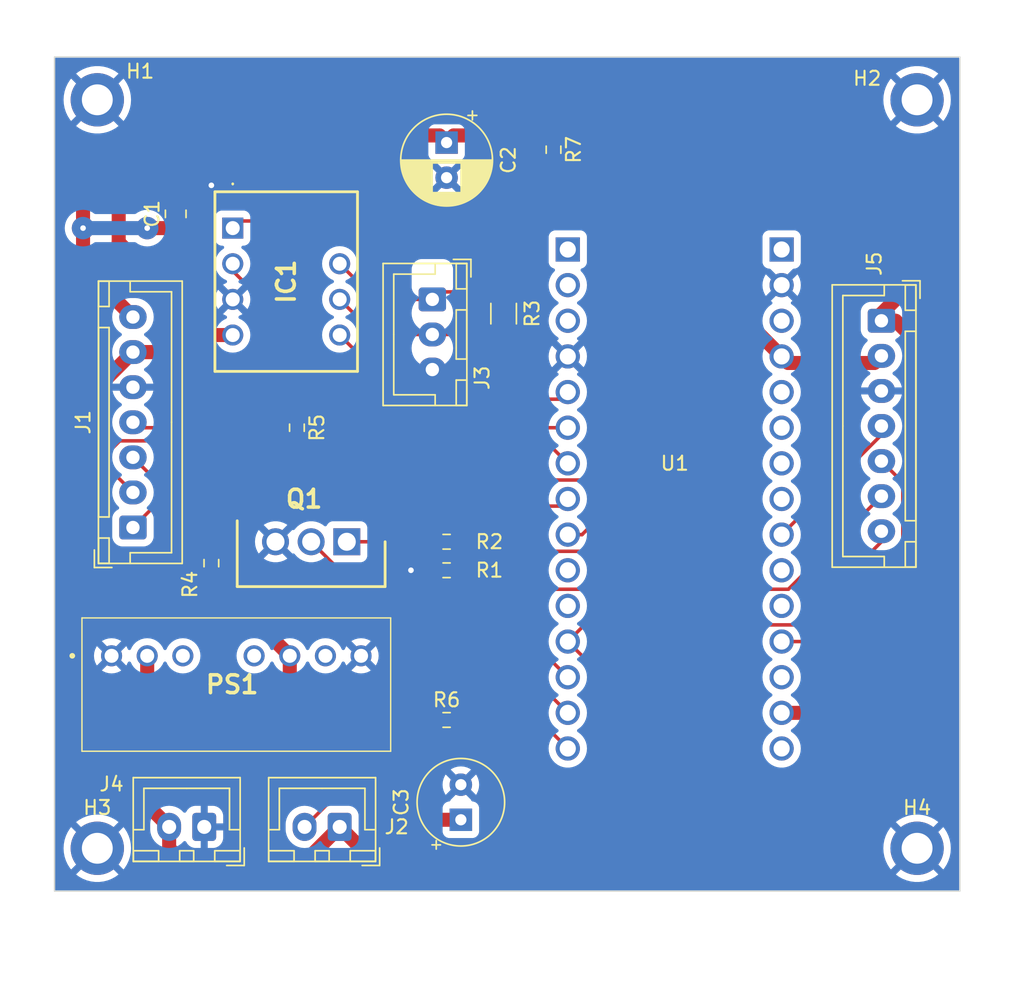
<source format=kicad_pcb>
(kicad_pcb (version 20221018) (generator pcbnew)
  (title_block (title "rearbox nucleo") (date "2023-08-08") (rev "1") (company "NTURacing") (comment 1 "legacy from easyEDA"))
  (layers (0 "F.Cu" signal) (31 "B.Cu" signal) (34 "B.Paste" user) (35 "F.Paste" user) (36 "B.SilkS" user "B.Silkscreen") (37 "F.SilkS" user "F.Silkscreen") (38 "B.Mask" user) (39 "F.Mask" user) (44 "Edge.Cuts" user))
  (net 0 "")
  (net 1 "VCC")
  (net 2 "GND")
  (net 3 "+5V")
  (net 4 "Vi")
  (net 5 "CAN_Tx")
  (net 6 "CAN_Rx")
  (net 7 "L_Pot")
  (net 8 "L_Hall")
  (net 9 "MCU_LTT_SDA")
  (net 10 "MCU_LTT_SCL")
  (net 11 "Net-(J2-Pin_2)")
  (net 12 "MCU_RTT_SCL")
  (net 13 "MCU_RTT_SDA")
  (net 14 "R_Hall")
  (net 15 "R_Pot")
  (net 19 "Net-(Q1-G)")
  (net 20 "Brake_light")
  (net 36 "/CANH")
  (net 37 "/CANL")
  (net 38 "/CANG")
  (footprint "Resistor_SMD:R_0603_1608Metric_Pad0.98x0.95mm_HandSolder" (layer "F.Cu") (at 145.288 91.948 180)
    (fp_text reference "R1" (at -3.048 0) (layer "F.SilkS"))
    (fp_text value "10k")
    (pad "1" smd roundrect (at -0.9125 0 180) (size 0.975 0.95) (layers "F.Cu" "F.Paste" "F.Mask") (net 20 "Brake_light"))
    (pad "2" smd roundrect (at 0.9125 0 180) (size 0.975 0.95) (layers "F.Cu" "F.Paste" "F.Mask") (net 2 "GND"))
  )
  (footprint "Connector_JST:JST_XH_B3B-XH-A_1x03_P2.50mm_Vertical" (layer "F.Cu") (at 144.272 72.644 -90)
    (fp_text reference "J3" (at 5.588 -3.55 90) (layer "F.SilkS"))
    (fp_text value "CAN")
    (pad "1" thru_hole roundrect (at 0 0 270) (size 1.7 1.95) (drill 0.95) (layers "*.Cu" "*.Mask") (roundrect_rratio 0.147059) (net 36 "/CANH"))
    (pad "2" thru_hole oval (at 2.5 0 270) (size 1.7 1.95) (drill 0.95) (layers "*.Cu" "*.Mask") (net 37 "/CANL"))
    (pad "3" thru_hole oval (at 5 0 270) (size 1.7 1.95) (drill 0.95) (layers "*.Cu" "*.Mask") (net 38 "/CANG"))
  )
  (footprint "MountingHole:MountingHole_2.2mm_M2_DIN965_Pad_TopBottom" (layer "F.Cu") (at 120.396 58.42)
    (fp_text reference "H1" (at 3.048 -2.032) (layer "F.SilkS"))
    (fp_text value "MountingHole_Pad")
    (pad "1" thru_hole circle (at 0 0) (size 2.6 2.6) (drill 2.2) (layers "*.Cu" "*.Mask") (net 2 "GND"))
    (pad "1" connect circle (at 0 0) (size 3.8 3.8) (layers "F.Cu" "F.Mask") (net 2 "GND"))
    (pad "1" connect circle (at 0 0) (size 3.8 3.8) (layers "B.Cu" "B.Mask") (net 2 "GND"))
  )
  (footprint "Connector_JST:JST_XH_B2B-XH-A_1x02_P2.50mm_Vertical" (layer "F.Cu") (at 137.668 110.236 180)
    (fp_text reference "J2" (at -4.064 0) (layer "F.SilkS"))
    (fp_text value "brake light")
    (pad "1" thru_hole roundrect (at 0 0 180) (size 1.7 2) (drill 1) (layers "*.Cu" "*.Mask") (roundrect_rratio 0.147059) (net 4 "Vi"))
    (pad "2" thru_hole oval (at 2.5 0 180) (size 1.7 2) (drill 1) (layers "*.Cu" "*.Mask") (net 11 "Net-(J2-Pin_2)"))
  )
  (footprint "MountingHole:MountingHole_2.2mm_M2_DIN965_Pad_TopBottom" (layer "F.Cu") (at 120.396 111.76)
    (fp_text reference "H3" (at 0 -2.9) (layer "F.SilkS"))
    (fp_text value "MountingHole_Pad")
    (pad "1" thru_hole circle (at 0 0) (size 2.6 2.6) (drill 2.2) (layers "*.Cu" "*.Mask") (net 2 "GND"))
    (pad "1" connect circle (at 0 0) (size 3.8 3.8) (layers "F.Cu" "F.Mask") (net 2 "GND"))
    (pad "1" connect circle (at 0 0) (size 3.8 3.8) (layers "B.Cu" "B.Mask") (net 2 "GND"))
  )
  (footprint "Resistor_SMD:R_1206_3216Metric_Pad1.30x1.75mm_HandSolder" (layer "F.Cu") (at 149.352 73.66 90)
    (fp_text reference "R3" (at 0 2.032 90) (layer "F.SilkS"))
    (fp_text value "120")
    (pad "1" smd roundrect (at -1.55 0 90) (size 1.3 1.75) (layers "F.Cu" "F.Paste" "F.Mask") (roundrect_rratio 0.192308) (net 37 "/CANL"))
    (pad "2" smd roundrect (at 1.55 0 90) (size 1.3 1.75) (layers "F.Cu" "F.Paste" "F.Mask") (roundrect_rratio 0.192308) (net 36 "/CANH"))
  )
  (footprint "Capacitor_SMD:C_0805_2012Metric_Pad1.18x1.45mm_HandSolder" (layer "F.Cu") (at 125.984 66.548 90)
    (fp_text reference "C1" (at 0 -1.68 90) (layer "F.SilkS"))
    (fp_text value "10u")
    (pad "1" smd roundrect (at -1.0375 0 90) (size 1.175 1.45) (layers "F.Cu" "F.Paste" "F.Mask") (roundrect_rratio 0.212766) (net 1 "VCC"))
    (pad "2" smd roundrect (at 1.0375 0 90) (size 1.175 1.45) (layers "F.Cu" "F.Paste" "F.Mask") (roundrect_rratio 0.212766) (net 2 "GND"))
  )
  (footprint "MountingHole:MountingHole_2.2mm_M2_DIN965_Pad_TopBottom" (layer "F.Cu") (at 178.816 58.42)
    (fp_text reference "H2" (at -3.556 -1.524) (layer "F.SilkS"))
    (fp_text value "MountingHole_Pad")
    (pad "1" thru_hole circle (at 0 0) (size 2.6 2.6) (drill 2.2) (layers "*.Cu" "*.Mask") (net 2 "GND"))
    (pad "1" connect circle (at 0 0) (size 3.8 3.8) (layers "F.Cu" "F.Mask") (net 2 "GND"))
    (pad "1" connect circle (at 0 0) (size 3.8 3.8) (layers "B.Cu" "B.Mask") (net 2 "GND"))
  )
  (footprint "Resistor_SMD:R_0603_1608Metric_Pad0.98x0.95mm_HandSolder" (layer "F.Cu") (at 152.908 61.976 -90)
    (fp_text reference "R7" (at 0 -1.43 90) (layer "F.SilkS"))
    (fp_text value "4k7")
    (pad "1" smd roundrect (at -0.9125 0 270) (size 0.975 0.95) (layers "F.Cu" "F.Paste" "F.Mask") (net 3 "+5V"))
    (pad "2" smd roundrect (at 0.9125 0 270) (size 0.975 0.95) (layers "F.Cu" "F.Paste" "F.Mask") (net 13 "MCU_RTT_SDA"))
  )
  (footprint "Resistor_SMD:R_0603_1608Metric_Pad0.98x0.95mm_HandSolder" (layer "F.Cu") (at 134.62 81.788 -90)
    (fp_text reference "R5" (at 0 -1.43 90) (layer "F.SilkS"))
    (fp_text value "4k7")
    (pad "1" smd roundrect (at -0.9125 0 270) (size 0.975 0.95) (layers "F.Cu" "F.Paste" "F.Mask") (net 3 "+5V"))
    (pad "2" smd roundrect (at 0.9125 0 270) (size 0.975 0.95) (layers "F.Cu" "F.Paste" "F.Mask") (net 9 "MCU_LTT_SDA"))
  )
  (footprint "Connector_JST:JST_XH_B7B-XH-A_1x07_P2.50mm_Vertical" (layer "F.Cu") (at 122.936 88.9 90)
    (fp_text reference "J1" (at 7.5 -3.55 90) (layer "F.SilkS"))
    (fp_text value "left sensor")
    (pad "1" thru_hole roundrect (at 0 0 90) (size 1.7 1.95) (drill 0.95) (layers "*.Cu" "*.Mask") (roundrect_rratio 0.147059) (net 10 "MCU_LTT_SCL"))
    (pad "2" thru_hole oval (at 2.5 0 90) (size 1.7 1.95) (drill 0.95) (layers "*.Cu" "*.Mask") (net 9 "MCU_LTT_SDA"))
    (pad "3" thru_hole oval (at 5 0 90) (size 1.7 1.95) (drill 0.95) (layers "*.Cu" "*.Mask") (net 8 "L_Hall"))
    (pad "4" thru_hole oval (at 7.5 0 90) (size 1.7 1.95) (drill 0.95) (layers "*.Cu" "*.Mask") (net 7 "L_Pot"))
    (pad "5" thru_hole oval (at 10 0 90) (size 1.7 1.95) (drill 0.95) (layers "*.Cu" "*.Mask") (net 2 "GND"))
    (pad "6" thru_hole oval (at 12.5 0 90) (size 1.7 1.95) (drill 0.95) (layers "*.Cu" "*.Mask") (net 3 "+5V"))
    (pad "7" thru_hole oval (at 15 0 90) (size 1.7 1.95) (drill 0.95) (layers "*.Cu" "*.Mask") (net 1 "VCC"))
  )
  (footprint "Connector_JST:JST_XH_B7B-XH-A_1x07_P2.50mm_Vertical" (layer "F.Cu") (at 176.276 74.168 -90)
    (fp_text reference "J5" (at -4.064 0.508 90) (layer "F.SilkS"))
    (fp_text value "right sensor")
    (pad "1" thru_hole roundrect (at 0 0 270) (size 1.7 1.95) (drill 0.95) (layers "*.Cu" "*.Mask") (roundrect_rratio 0.147059) (net 1 "VCC"))
    (pad "2" thru_hole oval (at 2.5 0 270) (size 1.7 1.95) (drill 0.95) (layers "*.Cu" "*.Mask") (net 3 "+5V"))
    (pad "3" thru_hole oval (at 5 0 270) (size 1.7 1.95) (drill 0.95) (layers "*.Cu" "*.Mask") (net 2 "GND"))
    (pad "4" thru_hole oval (at 7.5 0 270) (size 1.7 1.95) (drill 0.95) (layers "*.Cu" "*.Mask") (net 15 "R_Pot"))
    (pad "5" thru_hole oval (at 10 0 270) (size 1.7 1.95) (drill 0.95) (layers "*.Cu" "*.Mask") (net 14 "R_Hall"))
    (pad "6" thru_hole oval (at 12.5 0 270) (size 1.7 1.95) (drill 0.95) (layers "*.Cu" "*.Mask") (net 13 "MCU_RTT_SDA"))
    (pad "7" thru_hole oval (at 15 0 270) (size 1.7 1.95) (drill 0.95) (layers "*.Cu" "*.Mask") (net 12 "MCU_RTT_SCL"))
  )
  (footprint "SamacSys_Parts:CTM1051AM" (layer "F.Cu") (at 130.048 67.564 -90)
    (fp_text reference "IC1" (at 3.81 -3.81 90) (layer "F.SilkS") (effects (font (size 1.27 1.27) (thickness 0.254))))
    (fp_text value "CTM1051AM" hide)
    (pad "1" thru_hole rect (at 0 0 270) (size 1.5 1.5) (drill 1) (layers "*.Cu" "*.Mask") (net 6 "CAN_Rx"))
    (pad "2" thru_hole circle (at 2.54 0 270) (size 1.5 1.5) (drill 1) (layers "*.Cu" "*.Mask") (net 5 "CAN_Tx"))
    (pad "3" thru_hole circle (at 5.08 0 270) (size 1.5 1.5) (drill 1) (layers "*.Cu" "*.Mask") (net 2 "GND"))
    (pad "4" thru_hole circle (at 7.62 0 270) (size 1.5 1.5) (drill 1) (layers "*.Cu" "*.Mask") (net 1 "VCC"))
    (pad "5" thru_hole circle (at 7.62 -7.62 270) (size 1.5 1.5) (drill 1) (layers "*.Cu" "*.Mask") (net 38 "/CANG"))
    (pad "6" thru_hole circle (at 5.08 -7.62 270) (size 1.5 1.5) (drill 1) (layers "*.Cu" "*.Mask") (net 37 "/CANL"))
    (pad "7" thru_hole circle (at 2.54 -7.62 270) (size 1.5 1.5) (drill 1) (layers "*.Cu" "*.Mask") (net 36 "/CANH"))
  )
  (footprint "Connector_JST:JST_XH_B2B-XH-A_1x02_P2.50mm_Vertical" (layer "F.Cu") (at 128.016 110.236 180)
    (fp_text reference "J4" (at 6.604 3.048) (layer "F.SilkS"))
    (fp_text value "power")
    (pad "1" thru_hole roundrect (at 0 0 180) (size 1.7 2) (drill 1) (layers "*.Cu" "*.Mask") (roundrect_rratio 0.147059) (net 2 "GND"))
    (pad "2" thru_hole oval (at 2.5 0 180) (size 1.7 2) (drill 1) (layers "*.Cu" "*.Mask") (net 4 "Vi"))
  )
  (footprint "Resistor_SMD:R_0603_1608Metric_Pad0.98x0.95mm_HandSolder" (layer "F.Cu") (at 128.524 91.44 90)
    (fp_text reference "R4" (at -1.524 -1.524 90) (layer "F.SilkS"))
    (fp_text value "4k7")
    (pad "1" smd roundrect (at -0.9125 0 90) (size 0.975 0.95) (layers "F.Cu" "F.Paste" "F.Mask") (net 3 "+5V"))
    (pad "2" smd roundrect (at 0.9125 0 90) (size 0.975 0.95) (layers "F.Cu" "F.Paste" "F.Mask") (net 10 "MCU_LTT_SCL"))
  )
  (footprint "Capacitor_THT:CP_Radial_D6.3mm_P2.50mm" (layer "F.Cu") (at 145.288 61.468 -90)
    (fp_text reference "C2" (at 1.25 -4.4 90) (layer "F.SilkS"))
    (fp_text value "22u")
    (pad "1" thru_hole rect (at 0 0 270) (size 1.6 1.6) (drill 0.8) (layers "*.Cu" "*.Mask") (net 3 "+5V"))
    (pad "2" thru_hole circle (at 2.5 0 270) (size 1.6 1.6) (drill 0.8) (layers "*.Cu" "*.Mask") (net 2 "GND"))
  )
  (footprint "SamacSys_Parts:TO254P469X1042X1930-3P" (layer "F.Cu") (at 138.176 89.916 180)
    (fp_text reference "Q1" (at 3.048 3.048) (layer "F.SilkS") (effects (font (size 1.27 1.27) (thickness 0.254))))
    (fp_text value "IRL3705NPBF" hide)
    (pad "1" thru_hole rect (at 0 0 180) (size 1.92 1.92) (drill 1.28) (layers "*.Cu" "*.Mask") (net 19 "Net-(Q1-G)"))
    (pad "2" thru_hole circle (at 2.54 0 180) (size 1.92 1.92) (drill 1.28) (layers "*.Cu" "*.Mask") (net 11 "Net-(J2-Pin_2)"))
    (pad "3" thru_hole circle (at 5.08 0 180) (size 1.92 1.92) (drill 1.28) (layers "*.Cu" "*.Mask") (net 2 "GND"))
  )
  (footprint "Capacitor_THT:CP_Radial_Tantal_D6.0mm_P2.50mm" (layer "F.Cu") (at 146.304 109.728 90)
    (fp_text reference "C3" (at 1.25 -4.25 90) (layer "F.SilkS"))
    (fp_text value "47u")
    (pad "1" thru_hole rect (at 0 0 90) (size 1.6 1.6) (drill 0.8) (layers "*.Cu" "*.Mask") (net 4 "Vi"))
    (pad "2" thru_hole circle (at 2.5 0 90) (size 1.6 1.6) (drill 0.8) (layers "*.Cu" "*.Mask") (net 2 "GND"))
  )
  (footprint "Resistor_SMD:R_0603_1608Metric_Pad0.98x0.95mm_HandSolder" (layer "F.Cu") (at 145.288 89.916 180)
    (fp_text reference "R2" (at -3.048 0) (layer "F.SilkS"))
    (fp_text value "1k")
    (pad "1" smd roundrect (at -0.9125 0 180) (size 0.975 0.95) (layers "F.Cu" "F.Paste" "F.Mask") (net 20 "Brake_light"))
    (pad "2" smd roundrect (at 0.9125 0 180) (size 0.975 0.95) (layers "F.Cu" "F.Paste" "F.Mask") (net 19 "Net-(Q1-G)"))
  )
  (footprint "Resistor_SMD:R_0603_1608Metric_Pad0.98x0.95mm_HandSolder" (layer "F.Cu") (at 145.288 102.616)
    (fp_text reference "R6" (at 0 -1.43) (layer "F.SilkS"))
    (fp_text value "4k7")
    (pad "1" smd roundrect (at -0.9125 0) (size 0.975 0.95) (layers "F.Cu" "F.Paste" "F.Mask") (net 3 "+5V"))
    (pad "2" smd roundrect (at 0.9125 0) (size 0.975 0.95) (layers "F.Cu" "F.Paste" "F.Mask") (net 12 "MCU_RTT_SCL"))
  )
  (footprint "nturt_kicad_lib:NUCLEO-G431KB" (layer "F.Cu") (at 161.544 86.868)
    (fp_text reference "U1" (at 0 -2.54) (layer "F.SilkS"))
    (fp_text value "NUCLEO-G431KB")
    (pad "1" thru_hole rect (at -7.62 -17.78) (size 1.725 1.725) (drill 1.15) (layers "*.Cu" "*.Mask"))
    (pad "2" thru_hole circle (at -7.62 -15.24) (size 1.725 1.725) (drill 1.15) (layers "*.Cu" "*.Mask"))
    (pad "3" thru_hole circle (at -7.62 -12.7) (size 1.725 1.725) (drill 1.15) (layers "*.Cu" "*.Mask"))
    (pad "4" thru_hole circle (at -7.62 -10.16) (size 1.725 1.725) (drill 1.15) (layers "*.Cu" "*.Mask") (net 2 "GND"))
    (pad "5" thru_hole circle (at -7.62 -7.62) (size 1.725 1.725) (drill 1.15) (layers "*.Cu" "*.Mask") (net 5 "CAN_Tx"))
    (pad "6" thru_hole circle (at -7.62 -5.08) (size 1.725 1.725) (drill 1.15) (layers "*.Cu" "*.Mask") (net 7 "L_Pot"))
    (pad "7" thru_hole circle (at -7.62 -2.54) (size 1.725 1.725) (drill 1.15) (layers "*.Cu" "*.Mask") (net 9 "MCU_LTT_SDA"))
    (pad "8" thru_hole circle (at -7.62 0) (size 1.725 1.725) (drill 1.15) (layers "*.Cu" "*.Mask") (net 10 "MCU_LTT_SCL"))
    (pad "9" thru_hole circle (at -7.62 2.54) (size 1.725 1.725) (drill 1.15) (layers "*.Cu" "*.Mask") (net 8 "L_Hall"))
    (pad "10" thru_hole circle (at -7.62 5.08) (size 1.725 1.725) (drill 1.15) (layers "*.Cu" "*.Mask"))
    (pad "11" thru_hole circle (at -7.62 7.62) (size 1.725 1.725) (drill 1.15) (layers "*.Cu" "*.Mask"))
    (pad "12" thru_hole circle (at -7.62 10.16) (size 1.725 1.725) (drill 1.15) (layers "*.Cu" "*.Mask") (net 12 "MCU_RTT_SCL"))
    (pad "13" thru_hole circle (at -7.62 12.7) (size 1.725 1.725) (drill 1.15) (layers "*.Cu" "*.Mask") (net 13 "MCU_RTT_SDA"))
    (pad "14" thru_hole circle (at -7.62 15.24) (size 1.725 1.725) (drill 1.15) (layers "*.Cu" "*.Mask") (net 6 "CAN_Rx"))
    (pad "15" thru_hole circle (at -7.62 17.78) (size 1.725 1.725) (drill 1.15) (layers "*.Cu" "*.Mask") (net 20 "Brake_light"))
    (pad "16" thru_hole circle (at 7.62 17.78) (size 1.725 1.725) (drill 1.15) (layers "*.Cu" "*.Mask"))
    (pad "17" thru_hole circle (at 7.62 15.24) (size 1.725 1.725) (drill 1.15) (layers "*.Cu" "*.Mask") (net 1 "VCC"))
    (pad "18" thru_hole circle (at 7.62 12.7) (size 1.725 1.725) (drill 1.15) (layers "*.Cu" "*.Mask"))
    (pad "19" thru_hole circle (at 7.62 10.16) (size 1.725 1.725) (drill 1.15) (layers "*.Cu" "*.Mask") (net 14 "R_Hall"))
    (pad "20" thru_hole circle (at 7.62 7.62) (size 1.725 1.725) (drill 1.15) (layers "*.Cu" "*.Mask"))
    (pad "21" thru_hole circle (at 7.62 5.08) (size 1.725 1.725) (drill 1.15) (layers "*.Cu" "*.Mask"))
    (pad "22" thru_hole circle (at 7.62 2.54) (size 1.725 1.725) (drill 1.15) (layers "*.Cu" "*.Mask") (net 15 "R_Pot"))
    (pad "23" thru_hole circle (at 7.62 0) (size 1.725 1.725) (drill 1.15) (layers "*.Cu" "*.Mask"))
    (pad "24" thru_hole circle (at 7.62 -2.54) (size 1.725 1.725) (drill 1.15) (layers "*.Cu" "*.Mask"))
    (pad "25" thru_hole circle (at 7.62 -5.08) (size 1.725 1.725) (drill 1.15) (layers "*.Cu" "*.Mask"))
    (pad "26" thru_hole circle (at 7.62 -7.62) (size 1.725 1.725) (drill 1.15) (layers "*.Cu" "*.Mask"))
    (pad "27" thru_hole circle (at 7.62 -10.16) (size 1.725 1.725) (drill 1.15) (layers "*.Cu" "*.Mask") (net 3 "+5V"))
    (pad "28" thru_hole circle (at 7.62 -12.7) (size 1.725 1.725) (drill 1.15) (layers "*.Cu" "*.Mask"))
    (pad "29" thru_hole circle (at 7.62 -15.24) (size 1.725 1.725) (drill 1.15) (layers "*.Cu" "*.Mask") (net 2 "GND"))
    (pad "30" thru_hole rect (at 7.62 -17.78) (size 1.725 1.725) (drill 1.15) (layers "*.Cu" "*.Mask"))
  )
  (footprint "SamacSys_Parts:PQQ10WQ24S9S" (layer "F.Cu") (at 121.412 98.044)
    (fp_text reference "PS1" (at 8.59 2.05) (layer "F.SilkS") (effects (font (size 1.27 1.27) (thickness 0.254))))
    (fp_text value "PQQ10W-Q24-S9-S" hide)
    (pad "1" thru_hole circle (at 0 0) (size 1.5 1.5) (drill 1) (layers "*.Cu" "*.Mask") (net 2 "GND"))
    (pad "2" thru_hole circle (at 2.54 0) (size 1.5 1.5) (drill 1) (layers "*.Cu" "*.Mask") (net 4 "Vi"))
    (pad "3" thru_hole circle (at 5.08 0) (size 1.5 1.5) (drill 1) (layers "*.Cu" "*.Mask"))
    (pad "5" thru_hole circle (at 10.16 0) (size 1.5 1.5) (drill 1) (layers "*.Cu" "*.Mask"))
    (pad "6" thru_hole circle (at 12.7 0) (size 1.5 1.5) (drill 1) (layers "*.Cu" "*.Mask") (net 3 "+5V"))
    (pad "7" thru_hole circle (at 15.24 0) (size 1.5 1.5) (drill 1) (layers "*.Cu" "*.Mask"))
    (pad "8" thru_hole circle (at 17.78 0) (size 1.5 1.5) (drill 1) (layers "*.Cu" "*.Mask") (net 2 "GND"))
  )
  (footprint "MountingHole:MountingHole_2.2mm_M2_DIN965_Pad_TopBottom" (layer "F.Cu") (at 178.816 111.76)
    (fp_text reference "H4" (at 0 -2.9) (layer "F.SilkS"))
    (fp_text value "MountingHole_Pad")
    (pad "1" thru_hole circle (at 0 0) (size 2.6 2.6) (drill 2.2) (layers "*.Cu" "*.Mask") (net 2 "GND"))
    (pad "1" connect circle (at 0 0) (size 3.8 3.8) (layers "F.Cu" "F.Mask") (net 2 "GND"))
    (pad "1" connect circle (at 0 0) (size 3.8 3.8) (layers "B.Cu" "B.Mask") (net 2 "GND"))
  )
  (gr_rect locked (start 117.348 55.372) (end 181.864 114.808) (stroke (width 0.1)) (fill none) (layer "Edge.Cuts"))
  (segment (start 119.38 67.564) (end 119.38 65.024) (width 1) (layer "F.Cu") (net 1))
  (segment (start 127 73.66) (end 128.524 75.184) (width 1) (layer "F.Cu") (net 1))
  (segment (start 119.38 65.024) (end 126.492 57.912) (width 1) (layer "F.Cu") (net 1))
  (segment (start 123.952 67.564) (end 125.9625 67.564) (width 1) (layer "F.Cu") (net 1))
  (segment (start 178.816 66.04) (end 178.816 71.12) (width 1) (layer "F.Cu") (net 1))
  (segment (start 119.38 67.564) (end 119.38 70.344) (width 1) (layer "F.Cu") (net 1))
  (segment (start 173.736 102.108) (end 169.164 102.108) (width 1) (layer "F.Cu") (net 1))
  (segment (start 126.492 57.912) (end 170.688 57.912) (width 1) (layer "F.Cu") (net 1))
  (segment (start 176.276 73.66) (end 176.276 74.168) (width 1) (layer "F.Cu") (net 1))
  (segment (start 179.324 76.2) (end 179.324 96.52) (width 1) (layer "F.Cu") (net 1))
  (segment (start 119.38 70.344) (end 122.936 73.9) (width 1) (layer "F.Cu") (net 1))
  (segment (start 125.984 67.5855) (end 127 68.6015) (width 1) (layer "F.Cu") (net 1))
  (segment (start 178.816 71.12) (end 176.276 73.66) (width 1) (layer "F.Cu") (net 1))
  (segment (start 128.524 75.184) (end 130.048 75.184) (width 1) (layer "F.Cu") (net 1))
  (segment (start 176.276 74.168) (end 177.292 74.168) (width 1) (layer "F.Cu") (net 1))
  (segment (start 179.324 96.52) (end 173.736 102.108) (width 1) (layer "F.Cu") (net 1))
  (segment (start 125.9625 67.564) (end 125.984 67.5855) (width 1) (layer "F.Cu") (net 1))
  (segment (start 170.688 57.912) (end 178.816 66.04) (width 1) (layer "F.Cu") (net 1))
  (segment (start 177.292 74.168) (end 179.324 76.2) (width 1) (layer "F.Cu") (net 1))
  (segment (start 127 68.6015) (end 127 73.66) (width 1) (layer "F.Cu") (net 1))
  (via (at 123.952 67.564) (size 1.6) (drill 0.4) (layers "F.Cu" "B.Cu") (net 1))
  (via (at 119.38 67.564) (size 1.6) (drill 0.4) (layers "F.Cu" "B.Cu") (net 1))
  (segment (start 119.38 67.564) (end 123.952 67.564) (width 1) (layer "B.Cu") (net 1))
  (segment (start 126.9785 64.516) (end 125.984 65.5105) (width 0.25) (layer "F.Cu") (net 2))
  (segment (start 144.272 92.0515) (end 144.3755 91.948) (width 0.25) (layer "F.Cu") (net 2))
  (segment (start 142.8515 92.0515) (end 144.272 92.0515) (width 0.25) (layer "F.Cu") (net 2))
  (segment (start 128.524 64.516) (end 126.9785 64.516) (width 0.25) (layer "F.Cu") (net 2))
  (segment (start 142.748 91.948) (end 142.8515 92.0515) (width 0.25) (layer "F.Cu") (net 2))
  (via (at 142.748 91.948) (size 0.8) (drill 0.4) (layers "F.Cu" "B.Cu") (net 2))
  (via (at 128.524 64.516) (size 0.8) (drill 0.4) (layers "F.Cu" "B.Cu") (net 2))
  (segment (start 128.4205 92.3525) (end 122.3245 92.3525) (width 1) (layer "F.Cu") (net 3))
  (segment (start 152.8045 60.96) (end 152.908 61.0635) (width 1) (layer "F.Cu") (net 3))
  (segment (start 125.476 72.136) (end 125.476 76.4) (width 1) (layer "F.Cu") (net 3))
  (segment (start 119.438 89.466) (end 119.438 79.898) (width 1) (layer "F.Cu") (net 3))
  (segment (start 153.5195 61.0635) (end 152.908 61.0635) (width 1) (layer "F.Cu") (net 3))
  (segment (start 145.288 61.468) (end 144.78 60.96) (width 1) (layer "F.Cu") (net 3))
  (segment (start 134.112 98.044) (end 128.4205 92.3525) (width 1) (layer "F.Cu") (net 3))
  (segment (start 137.16 102.616) (end 134.112 99.568) (width 1) (layer "F.Cu") (net 3))
  (segment (start 144.78 60.96) (end 127 60.96) (width 1) (layer "F.Cu") (net 3))
  (segment (start 132.9925 79.248) (end 128.524 79.248) (width 1) (layer "F.Cu") (net 3))
  (segment (start 121.92 68.58) (end 125.476 72.136) (width 1) (layer "F.Cu") (net 3))
  (segment (start 134.112 99.568) (end 134.112 98.044) (width 1) (layer "F.Cu") (net 3))
  (segment (start 128.524 79.248) (end 125.676 76.4) (width 1) (layer "F.Cu") (net 3))
  (segment (start 176.276 76.668) (end 175.768 77.176) (width 1) (layer "F.Cu") (net 3))
  (segment (start 121.92 66.04) (end 121.92 68.58) (width 1) (layer "F.Cu") (net 3))
  (segment (start 169.164 76.708) (end 153.5195 61.0635) (width 1) (layer "F.Cu") (net 3))
  (segment (start 125.476 76.4) (end 122.936 76.4) (width 1) (layer "F.Cu") (net 3))
  (segment (start 169.632 77.176) (end 169.164 76.708) (width 1) (layer "F.Cu") (net 3))
  (segment (start 145.796 60.96) (end 152.8045 60.96) (width 1) (layer "F.Cu") (net 3))
  (segment (start 127 60.96) (end 121.92 66.04) (width 1) (layer "F.Cu") (net 3))
  (segment (start 119.438 79.898) (end 122.936 76.4) (width 1) (layer "F.Cu") (net 3))
  (segment (start 122.3245 92.3525) (end 119.438 89.466) (width 1) (layer "F.Cu") (net 3))
  (segment (start 134.62 80.8755) (end 132.9925 79.248) (width 1) (layer "F.Cu") (net 3))
  (segment (start 144.3755 102.616) (end 137.16 102.616) (width 1) (layer "F.Cu") (net 3))
  (segment (start 125.676 76.4) (end 122.936 76.4) (width 1) (layer "F.Cu") (net 3))
  (segment (start 145.288 61.468) (end 145.796 60.96) (width 1) (layer "F.Cu") (net 3))
  (segment (start 175.768 77.176) (end 169.632 77.176) (width 1) (layer "F.Cu") (net 3))
  (segment (start 137.668 110.236) (end 135.128 112.776) (width 1) (layer "F.Cu") (net 4))
  (segment (start 135.128 112.776) (end 126.532 112.776) (width 1) (layer "F.Cu") (net 4))
  (segment (start 144.272 109.728) (end 146.304 109.728) (width 1) (layer "F.Cu") (net 4))
  (segment (start 137.668 110.236) (end 139.192 111.76) (width 1) (layer "F.Cu") (net 4))
  (segment (start 139.192 111.76) (end 142.24 111.76) (width 1) (layer "F.Cu") (net 4))
  (segment (start 123.952 98.044) (end 123.952 108.672) (width 1) (layer "F.Cu") (net 4))
  (segment (start 142.24 111.76) (end 144.272 109.728) (width 1) (layer "F.Cu") (net 4))
  (segment (start 125.516 111.76) (end 125.516 110.236) (width 1) (layer "F.Cu") (net 4))
  (segment (start 126.532 112.776) (end 125.516 111.76) (width 1) (layer "F.Cu") (net 4))
  (segment (start 123.952 108.672) (end 125.516 110.236) (width 1) (layer "F.Cu") (net 4))
  (segment (start 130.048 70.612) (end 130.048 70.104) (width 0.25) (layer "F.Cu") (net 5))
  (segment (start 153.924 79.248) (end 153.416 79.756) (width 0.25) (layer "F.Cu") (net 5))
  (segment (start 153.416 79.756) (end 139.192 79.756) (width 0.25) (layer "F.Cu") (net 5))
  (segment (start 139.192 79.756) (end 130.048 70.612) (width 0.25) (layer "F.Cu") (net 5))
  (segment (start 151.7205 90.5955) (end 156.2925 90.5955) (width 0.25) (layer "F.Cu") (net 6))
  (segment (start 149.352 92.964) (end 151.7205 90.5955) (width 0.25) (layer "F.Cu") (net 6))
  (segment (start 154.94 67.056) (end 130.556 67.056) (width 0.25) (layer "F.Cu") (net 6))
  (segment (start 159.004 87.884) (end 159.004 71.12) (width 0.25) (layer "F.Cu") (net 6))
  (segment (start 159.004 71.12) (end 154.94 67.056) (width 0.25) (layer "F.Cu") (net 6))
  (segment (start 153.924 102.108) (end 149.352 97.536) (width 0.25) (layer "F.Cu") (net 6))
  (segment (start 130.556 67.056) (end 130.048 67.564) (width 0.25) (layer "F.Cu") (net 6))
  (segment (start 149.352 97.536) (end 149.352 92.964) (width 0.25) (layer "F.Cu") (net 6))
  (segment (start 156.2925 90.5955) (end 159.004 87.884) (width 0.25) (layer "F.Cu") (net 6))
  (segment (start 153.924 81.788) (end 123.324 81.788) (width 0.25) (layer "F.Cu") (net 7))
  (segment (start 123.324 81.788) (end 122.936 81.4) (width 0.25) (layer "F.Cu") (net 7))
  (segment (start 156.464 87.884) (end 156.464 86.36) (width 0.25) (layer "F.Cu") (net 8))
  (segment (start 124.5515 85.5155) (end 122.936 83.9) (width 0.25) (layer "F.Cu") (net 8))
  (segment (start 156.464 86.36) (end 155.6195 85.5155) (width 0.25) (layer "F.Cu") (net 8))
  (segment (start 153.924 89.408) (end 154.94 89.408) (width 0.25) (layer "F.Cu") (net 8))
  (segment (start 155.6195 85.5155) (end 124.5515 85.5155) (width 0.25) (layer "F.Cu") (net 8))
  (segment (start 154.94 89.408) (end 156.464 87.884) (width 0.25) (layer "F.Cu") (net 8))
  (segment (start 121.999 82.725) (end 124.71785 82.725) (width 0.25) (layer "F.Cu") (net 9))
  (segment (start 124.71785 82.725) (end 125.30485 83.312) (width 0.25) (layer "F.Cu") (net 9))
  (segment (start 120.904 83.82) (end 121.999 82.725) (width 0.25) (layer "F.Cu") (net 9))
  (segment (start 134.62 82.7005) (end 134.62 83.312) (width 0.25) (layer "F.Cu") (net 9))
  (segment (start 122.936 86.4) (end 120.904 84.368) (width 0.25) (layer "F.Cu") (net 9))
  (segment (start 120.904 84.368) (end 120.904 83.82) (width 0.25) (layer "F.Cu") (net 9))
  (segment (start 134.62 83.312) (end 152.908 83.312) (width 0.25) (layer "F.Cu") (net 9))
  (segment (start 152.908 83.312) (end 153.924 84.328) (width 0.25) (layer "F.Cu") (net 9))
  (segment (start 125.30485 83.312) (end 134.62 83.312) (width 0.25) (layer "F.Cu") (net 9))
  (segment (start 128.524 87.376) (end 124.46 87.376) (width 0.25) (layer "F.Cu") (net 10))
  (segment (start 153.416 87.376) (end 128.524 87.376) (width 0.25) (layer "F.Cu") (net 10))
  (segment (start 124.46 87.376) (end 122.936 88.9) (width 0.25) (layer "F.Cu") (net 10))
  (segment (start 128.524 90.5275) (end 128.524 87.376) (width 0.25) (layer "F.Cu") (net 10))
  (segment (start 153.924 86.868) (end 153.416 87.376) (width 0.25) (layer "F.Cu") (net 10))
  (segment (start 135.168 110.236) (end 137.708 107.696) (width 0.25) (layer "F.Cu") (net 11))
  (segment (start 140.756 107.696) (end 145.2005 103.2515) (width 0.25) (layer "F.Cu") (net 11))
  (segment (start 145.2005 99.4805) (end 135.636 89.916) (width 0.25) (layer "F.Cu") (net 11))
  (segment (start 145.2005 103.2515) (end 145.2005 99.4805) (width 0.25) (layer "F.Cu") (net 11))
  (segment (start 137.708 107.696) (end 140.756 107.696) (width 0.25) (layer "F.Cu") (net 11))
  (segment (start 154.432 107.696) (end 152.908 107.696) (width 0.25) (layer "F.Cu") (net 12))
  (segment (start 156.972 100.076) (end 156.972 105.156) (width 0.25) (layer "F.Cu") (net 12))
  (segment (start 176.276 89.916) (end 170.3515 95.8405) (width 0.25) (layer "F.Cu") (net 12))
  (segment (start 156.972 105.156) (end 154.432 107.696) (width 0.25) (layer "F.Cu") (net 12))
  (segment (start 176.276 89.168) (end 176.276 89.916) (width 0.25) (layer "F.Cu") (net 12))
  (segment (start 170.3515 95.8405) (end 155.1115 95.8405) (width 0.25) (layer "F.Cu") (net 12))
  (segment (start 152.908 107.696) (end 147.828 102.616) (width 0.25) (layer "F.Cu") (net 12))
  (segment (start 153.924 97.028) (end 156.972 100.076) (width 0.25) (layer "F.Cu") (net 12))
  (segment (start 155.1115 95.8405) (end 153.924 97.028) (width 0.25) (layer "F.Cu") (net 12))
  (segment (start 147.828 102.616) (end 146.2005 102.616) (width 0.25) (layer "F.Cu") (net 12))
  (segment (start 169.6435 93.3005) (end 166.116 93.3005) (width 0.25) (layer "F.Cu") (net 13))
  (segment (start 176.276 86.668) (end 169.6435 93.3005) (width 0.25) (layer "F.Cu") (net 13))
  (segment (start 151.98581 93.3005) (end 150.876 94.41031) (width 0.25) (layer "F.Cu") (net 13))
  (segment (start 166.116 93.3005) (end 151.98581 93.3005) (width 0.25) (layer "F.Cu") (net 13))
  (segment (start 162.56 93.3005) (end 166.116 93.3005) (width 0.25) (layer "F.Cu") (net 13))
  (segment (start 152.908 62.992) (end 162.56 72.644) (width 0.25) (layer "F.Cu") (net 13))
  (segment (start 150.876 94.41031) (end 150.876 96.52) (width 0.25) (layer "F.Cu") (net 13))
  (segment (start 152.908 62.8885) (end 152.908 62.992) (width 0.25) (layer "F.Cu") (net 13))
  (segment (start 150.876 96.52) (end 153.924 99.568) (width 0.25) (layer "F.Cu") (net 13))
  (segment (start 162.56 72.644) (end 162.56 93.3005) (width 0.25) (layer "F.Cu") (net 13))
  (segment (start 177.8 93.98) (end 174.752 97.028) (width 0.25) (layer "F.Cu") (net 14))
  (segment (start 174.752 97.028) (end 169.164 97.028) (width 0.25) (layer "F.Cu") (net 14))
  (segment (start 177.8 85.692) (end 177.8 93.98) (width 0.25) (layer "F.Cu") (net 14))
  (segment (start 176.276 84.168) (end 177.8 85.692) (width 0.25) (layer "F.Cu") (net 14))
  (segment (start 176.276 82.296) (end 169.164 89.408) (width 0.25) (layer "F.Cu") (net 15))
  (segment (start 176.276 81.668) (end 176.276 82.296) (width 0.25) (layer "F.Cu") (net 15))
  (segment (start 138.176 89.916) (end 144.3755 89.916) (width 0.25) (layer "F.Cu") (net 19))
  (segment (start 146.304 90.0195) (end 146.304 97.028) (width 0.25) (layer "F.Cu") (net 20))
  (segment (start 146.2005 89.916) (end 146.304 90.0195) (width 0.25) (layer "F.Cu") (net 20))
  (segment (start 146.304 97.028) (end 153.924 104.648) (width 0.25) (layer "F.Cu") (net 20))
  (segment (start 144.272 72.644) (end 142.748 72.644) (width 0.25) (layer "F.Cu") (net 36))
  (segment (start 142.748 72.644) (end 141.224 71.12) (width 0.25) (layer "F.Cu") (net 36))
  (segment (start 144.806 72.11) (end 144.272 72.644) (width 0.25) (layer "F.Cu") (net 36))
  (segment (start 149.352 72.11) (end 144.806 72.11) (width 0.25) (layer "F.Cu") (net 36))
  (segment (start 138.684 71.12) (end 141.224 71.12) (width 0.25) (layer "F.Cu") (net 36))
  (segment (start 137.668 70.104) (end 138.684 71.12) (width 0.25) (layer "F.Cu") (net 36))
  (segment (start 138.644 73.62) (end 141.204 73.62) (width 0.25) (layer "F.Cu") (net 37))
  (segment (start 149.352 75.21) (end 149.286 75.144) (width 0.25) (layer "F.Cu") (net 37))
  (segment (start 149.286 75.144) (end 144.272 75.144) (width 0.25) (layer "F.Cu") (net 37))
  (segment (start 142.728 75.144) (end 144.272 75.144) (width 0.25) (layer "F.Cu") (net 37))
  (segment (start 137.668 72.644) (end 138.644 73.62) (width 0.25) (layer "F.Cu") (net 37))
  (segment (start 141.204 73.62) (end 142.728 75.144) (width 0.25) (layer "F.Cu") (net 37))
  (segment (start 138.604 76.12) (end 137.668 75.184) (width 0.25) (layer "F.Cu") (net 38))
  (segment (start 144.272 77.644) (end 142.748 77.644) (width 0.25) (layer "F.Cu") (net 38))
  (segment (start 142.748 77.644) (end 141.224 76.12) (width 0.25) (layer "F.Cu") (net 38))
  (segment (start 141.224 76.12) (end 138.604 76.12) (width 0.25) (layer "F.Cu") (net 38))
  (zone (net 2) (net_name "GND") (layer "B.Cu") (connect_pads (clearance 0.5)) (min_thickness 0.25) (fill yes (thermal_gap 0.5) (thermal_bridge_width 0.5))
    (polygon (pts (xy 114.808 51.308) (xy 185.928 51.308) (xy 186.436 122.428) (xy 114.3 121.92)))
  )
)
</source>
